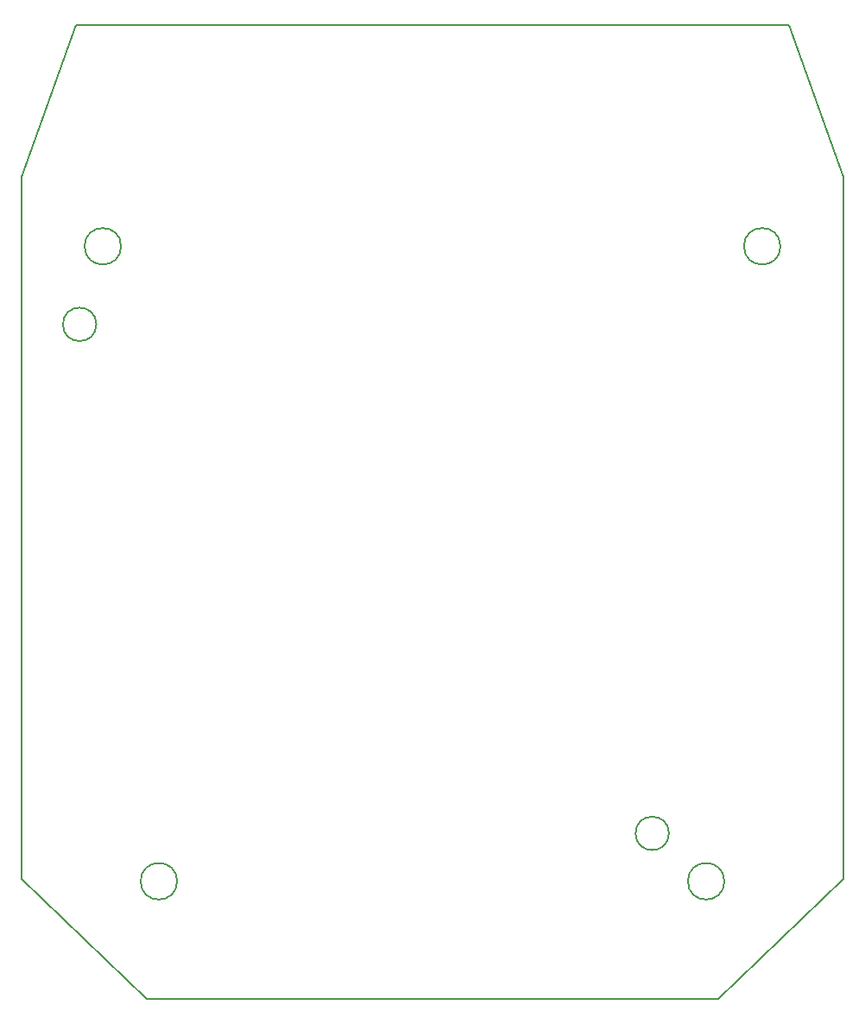
<source format=gbr>
G04 #@! TF.GenerationSoftware,KiCad,Pcbnew,(5.1.0-rc2-21-g16b3c80a7)*
G04 #@! TF.CreationDate,2019-06-05T23:58:20+02:00*
G04 #@! TF.ProjectId,microRusEfi,6d696372-6f52-4757-9345-66692e6b6963,R0.1*
G04 #@! TF.SameCoordinates,Original*
G04 #@! TF.FileFunction,Profile,NP*
%FSLAX46Y46*%
G04 Gerber Fmt 4.6, Leading zero omitted, Abs format (unit mm)*
G04 Created by KiCad (PCBNEW (5.1.0-rc2-21-g16b3c80a7)) date 2019-06-05 23:58:20*
%MOMM*%
%LPD*%
G04 APERTURE LIST*
%ADD10C,0.200000*%
G04 APERTURE END LIST*
D10*
X20600000Y-35538500D02*
X25895900Y-20600000D01*
X32844596Y-116072400D02*
X20601600Y-104381342D01*
X101188000Y-35538500D02*
X95841300Y-20600000D01*
X101189600Y-104381342D02*
X88946604Y-116072400D01*
X25895900Y-20600000D02*
X95841300Y-20600000D01*
X101188000Y-35538500D02*
X101189600Y-104381342D01*
X20600000Y-35538500D02*
X20601600Y-104381342D01*
X84085800Y-99870300D02*
G75*
G03X84085800Y-99870300I-1638300J0D01*
G01*
X32844596Y-116072400D02*
X88946604Y-116072400D01*
X27926400Y-49959301D02*
G75*
G03X27926400Y-49959301I-1638300J0D01*
G01*
X89521400Y-104569300D02*
G75*
G03X89521400Y-104569300I-1790700J0D01*
G01*
X95020499Y-42301200D02*
G75*
G03X95020499Y-42301200I-1790700J0D01*
G01*
X30352101Y-42301200D02*
G75*
G03X30352101Y-42301200I-1790700J0D01*
G01*
X35851200Y-104569300D02*
G75*
G03X35851200Y-104569300I-1790700J0D01*
G01*
M02*

</source>
